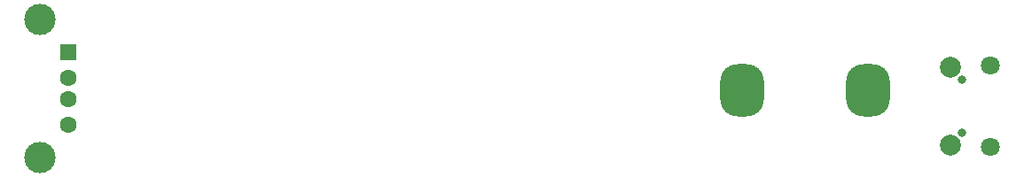
<source format=gbr>
%TF.GenerationSoftware,KiCad,Pcbnew,(6.0.7)*%
%TF.CreationDate,2022-09-11T17:15:05+08:00*%
%TF.ProjectId,Usb_ext,5573625f-6578-4742-9e6b-696361645f70,1.0*%
%TF.SameCoordinates,Original*%
%TF.FileFunction,Soldermask,Bot*%
%TF.FilePolarity,Negative*%
%FSLAX46Y46*%
G04 Gerber Fmt 4.6, Leading zero omitted, Abs format (unit mm)*
G04 Created by KiCad (PCBNEW (6.0.7)) date 2022-09-11 17:15:05*
%MOMM*%
%LPD*%
G01*
G04 APERTURE LIST*
G04 Aperture macros list*
%AMRoundRect*
0 Rectangle with rounded corners*
0 $1 Rounding radius*
0 $2 $3 $4 $5 $6 $7 $8 $9 X,Y pos of 4 corners*
0 Add a 4 corners polygon primitive as box body*
4,1,4,$2,$3,$4,$5,$6,$7,$8,$9,$2,$3,0*
0 Add four circle primitives for the rounded corners*
1,1,$1+$1,$2,$3*
1,1,$1+$1,$4,$5*
1,1,$1+$1,$6,$7*
1,1,$1+$1,$8,$9*
0 Add four rect primitives between the rounded corners*
20,1,$1+$1,$2,$3,$4,$5,0*
20,1,$1+$1,$4,$5,$6,$7,0*
20,1,$1+$1,$6,$7,$8,$9,0*
20,1,$1+$1,$8,$9,$2,$3,0*%
G04 Aperture macros list end*
%ADD10R,1.500000X1.600000*%
%ADD11C,1.600000*%
%ADD12C,3.000000*%
%ADD13RoundRect,1.680000X-0.420000X-0.820000X0.420000X-0.820000X0.420000X0.820000X-0.420000X0.820000X0*%
%ADD14C,0.800000*%
%ADD15C,1.800000*%
%ADD16C,2.000000*%
G04 APERTURE END LIST*
D10*
%TO.C,J1*%
X49175000Y-47300000D03*
D11*
X49175000Y-49800000D03*
X49175000Y-51800000D03*
X49175000Y-54300000D03*
D12*
X46465000Y-44230000D03*
X46465000Y-57370000D03*
%TD*%
D13*
%TO.C,Bolt2*%
X125500000Y-51000000D03*
%TD*%
D14*
%TO.C,J2*%
X134462000Y-50000000D03*
X134462000Y-55000000D03*
D15*
X137212000Y-56375000D03*
X137212000Y-48625000D03*
D16*
X133412000Y-56225000D03*
X133412000Y-48775000D03*
%TD*%
D13*
%TO.C,Bolt1*%
X113500000Y-51000000D03*
%TD*%
M02*

</source>
